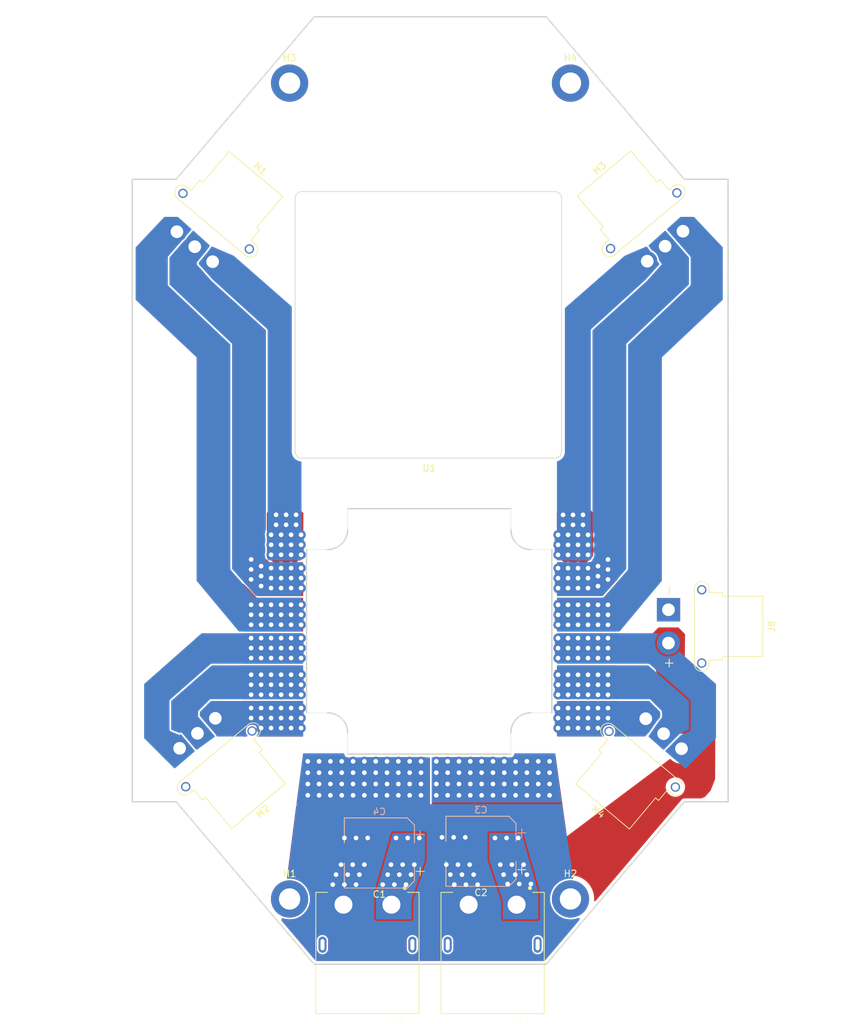
<source format=kicad_pcb>
(kicad_pcb (version 20240108) (generator "pcbnew") (generator_version "8.0")
  (layers (0 "F.Cu" signal) (1 "In1.Cu" signal) (2 "In2.Cu" signal) (31 "B.Cu" signal) (34 "B.Paste" user) (35 "F.Paste" user) (36 "B.SilkS" user "B.Silkscreen") (37 "F.SilkS" user "F.Silkscreen") (38 "B.Mask" user) (39 "F.Mask" user) (44 "Edge.Cuts" user))
  (net 0 "")
  (net 1 "GND")
  (net 2 "+BATT")
  (net 3 "/esc_landing/M4c")
  (net 4 "/esc_landing/M4b")
  (net 5 "/esc_landing/M4a")
  (net 6 "/esc_landing/M3a")
  (net 7 "/esc_landing/M3c")
  (net 8 "/esc_landing/M3b")
  (net 9 "/esc_landing/M2b")
  (net 10 "/esc_landing/M2c")
  (net 11 "/esc_landing/M2a")
  (net 12 "/esc_landing/M1a")
  (net 13 "/esc_landing/M1c")
  (net 14 "/esc_landing/M1b")
  (footprint "SAM4_Mainboard:AMASS_XT30PW-F_1x02_P2.50mm_Horizontal" (layer "F.Cu") (at 156.65 113.75 -90)
    (property "Reference" "J8" (at 2.5 -15.5 90) (layer "F.SilkS"))
    (property "Value" "XT30PW-F")
    (fp_text user "-" (at -3 0 90) (layer "F.SilkS") (effects (font (size 1.5 1.5))))
    (fp_text user "+" (at 8 0 90) (layer "F.SilkS") (effects (font (size 1.5 1.5))))
    (pad "" thru_hole circle (at -3 -5) (size 1.4 1.4) (drill 1) (layers "*.Cu" "*.Mask"))
    (pad "" thru_hole circle (at 8 -5 270) (size 1.4 1.4) (drill 1) (layers "*.Cu" "*.Mask"))
    (pad "1" thru_hole rect (at 0 0 270) (size 3.5 3.5) (drill 1.9) (layers "*.Cu" "*.Mask") (net 1 "GND"))
    (pad "2" thru_hole circle (at 5 0 270) (size 3.5 3.5) (drill 1.9) (layers "*.Cu" "*.Mask") (net 2 "+BATT"))
  )
  (footprint "MountingHole:MountingHole_3.2mm_M3_DIN965_Pad" (layer "F.Cu") (at 99.775 157.1524)
    (property "Reference" "H1" (at 0 -3.8 0) (layer "F.SilkS"))
    (property "Value" "MountingHole")
    (pad "1" thru_hole circle (at 0 0) (size 5.6 5.6) (drill 3.2) (layers "*.Cu" "*.Mask"))
  )
  (footprint "SAM4_Mainboard:AMASS_XT60PW-M" (layer "F.Cu") (at 111.459 164.0104 180)
    (property "Reference" "J6" (at -4.62702 -11.33998 0) (layer "F.SilkS") (effects (font (size 1.000441 1.000441) (thickness 0.015))))
    (property "Value" "XT60PW-M")
    (pad "1" thru_hole rect (at -3.6 6 180) (size 3.716 3.716) (drill 2.7) (layers "*.Cu" "*.Mask") (net 2 "+BATT"))
    (pad "2" thru_hole circle (at 3.6 6 180) (size 3.716 3.716) (drill 2.7) (layers "*.Cu" "*.Mask") (net 1 "GND"))
    (pad "S1" thru_hole oval (at -6.75 0 180) (size 1.2 2.4) (drill oval 0.6 1.7) (layers "*.Cu" "*.Mask"))
    (pad "S2" thru_hole oval (at 6.75 0 180) (size 1.2 2.4) (drill oval 0.6 1.7) (layers "*.Cu" "*.Mask"))
  )
  (footprint "SAM4_Mainboard:AMASS_MR30PW-FB_1x03_P3.50mm_Horizontal" (layer "F.Cu") (at 153.242 130.1014 140)
    (property "Reference" "M4" (at -3.5 -15.3 140) (layer "F.SilkS"))
    (property "Value" "MR30PW-FB")
    (pad "" thru_hole circle (at -10 -5 140) (size 1.4 1.4) (drill 1) (layers "*.Cu" "*.Mask"))
    (pad "" thru_hole circle (at 3 -4.999999 230) (size 1.4 1.4) (drill 1) (layers "*.Cu" "*.Mask"))
    (pad "1" thru_hole rect (at 0 0 140) (size 3 3) (drill 1.9) (layers "*.Cu" "*.Mask") (net 12 "/esc_landing/M1a"))
    (pad "2" thru_hole circle (at -3.500001 0 140) (size 3 3) (drill 1.9) (layers "*.Cu" "*.Mask") (net 14 "/esc_landing/M1b"))
    (pad "3" thru_hole circle (at -7 0 140) (size 3 3) (drill 1.9) (layers "*.Cu" "*.Mask") (net 13 "/esc_landing/M1c"))
  )
  (footprint "MountingHole:MountingHole_3.2mm_M3_DIN965_Pad" (layer "F.Cu") (at 141.939 34.7244)
    (property "Reference" "H4" (at 0 -3.8 0) (layer "F.SilkS"))
    (property "Value" "MountingHole")
    (pad "1" thru_hole circle (at 0 0) (size 5.6 5.6) (drill 3.2) (layers "*.Cu" "*.Mask"))
  )
  (footprint "SAM4_Mainboard:T-motor_55A_ESC" (layer "F.Cu") (at 120.73 117.0204)
    (property "Reference" "U1" (at 0 -24.511 0) (layer "F.SilkS"))
    (property "Value" "T-motor_F55A_PROII")
    (pad "" np_thru_hole circle (at -15.25 -15.25) (size 3.2 3.2) (drill 3.2) (layers "*.Mask" "F.Cu" "In1.Cu" "In2.Cu" "B.Cu"))
    (pad "" np_thru_hole circle (at -15.25 15.25) (size 3.2 3.2) (drill 3.2) (layers "*.Mask" "F.Cu" "In1.Cu" "In2.Cu" "B.Cu"))
    (pad "" np_thru_hole circle (at 15.25 -15.25) (size 3.2 3.2) (drill 3.2) (layers "*.Mask" "F.Cu" "In1.Cu" "In2.Cu" "B.Cu"))
    (pad "" np_thru_hole circle (at 15.25 15.25) (size 3.2 3.2) (drill 3.2) (layers "*.Mask" "F.Cu" "In1.Cu" "In2.Cu" "B.Cu"))
    (pad "1" smd rect (at 5.08 21.844) (size 9 6) (layers "F.Cu" "F.Mask") (net 2 "+BATT"))
    (pad "1" smd rect (at 5.08 21.844) (size 9 6) (layers "B.Cu" "B.Mask") (net 2 "+BATT"))
    (pad "2" smd rect (at -5.08 21.844) (size 9 6) (layers "F.Cu" "F.Mask") (net 1 "GND"))
    (pad "2" smd rect (at -5.08 21.844) (size 9 6) (layers "B.Cu" "B.Mask") (net 1 "GND"))
    (pad "13" smd rect (at 22.352 12.954 180) (size 7 4) (layers "F.Cu" "F.Mask") (net 12 "/esc_landing/M1a"))
    (pad "13" smd rect (at 22.352 12.954 180) (size 7 4) (layers "B.Cu" "B.Mask") (net 12 "/esc_landing/M1a"))
    (pad "14" smd rect (at 22.352 7.754 180) (size 7 4) (layers "F.Cu" "F.Mask") (net 14 "/esc_landing/M1b"))
    (pad "14" smd rect (at 22.352 7.754 180) (size 7 4) (layers "B.Cu" "B.Mask") (net 14 "/esc_landing/M1b"))
    (pad "15" smd rect (at 22.352 2.54 180) (size 7 4) (layers "F.Cu" "F.Mask") (net 13 "/esc_landing/M1c"))
    (pad "15" smd rect (at 22.352 2.54 180) (size 7 4) (layers "B.Cu" "B.Mask") (net 13 "/esc_landing/M1c"))
    (pad "16" smd rect (at 22.352 -2.646 180) (size 7 4) (layers "F.Cu" "F.Mask") (net 11 "/esc_landing/M2a"))
    (pad "16" smd rect (at 22.352 -2.646 180) (size 7 4) (layers "B.Cu" "B.Mask") (net 11 "/esc_landing/M2a"))
    (pad "17" smd rect (at 22.352 -7.846 180) (size 7 4) (layers "F.Cu" "F.Mask") (net 9 "/esc_landing/M2b"))
    (pad "17" smd rect (at 22.352 -7.846 180) (size 7 4) (layers "B.Cu" "B.Mask") (net 9 "/esc_landing/M2b"))
    (pad "18" smd rect (at 21.59 -13.046 180) (size 5.5 4) (layers "F.Cu" "F.Mask") (net 10 "/esc_landing/M2c"))
    (pad "18" smd rect (at 21.59 -13.046 180) (size 5.5 4) (layers "B.Cu" "B.Mask") (net 10 "/esc_landing/M2c"))
    (pad "19" smd rect (at -22.352 12.954 180) (size 7 4) (layers "F.Cu" "F.Mask") (net 6 "/esc_landing/M3a"))
    (pad "19" smd rect (at -22.352 12.954 180) (size 7 4) (layers "B.Cu" "B.Mask") (net 6 "/esc_landing/M3a"))
    (pad "20" smd rect (at -22.352 7.754 180) (size 7 4) (layers "F.Cu" "F.Mask") (net 8 "/esc_landing/M3b"))
    (pad "20" smd rect (at -22.352 7.754 180) (size 7 4) (layers "B.Cu" "B.Mask") (net 8 "/esc_landing/M3b"))
    (pad "21" smd rect (at -22.352 2.54 180) (size 7 4) (layers "F.Cu" "F.Mask") (net 7 "/esc_landing/M3c"))
    (pad "21" smd rect (at -22.352 2.54 180) (size 7 4) (layers "B.Cu" "B.Mask") (net 7 "/esc_landing/M3c"))
    (pad "22" smd rect (at -22.352 -2.646 180) (size 7 4) (layers "F.Cu" "F.Mask") (net 5 "/esc_landing/M4a"))
    (pad "22" smd rect (at -22.352 -2.646 180) (size 7 4) (layers "B.Cu" "B.Mask") (net 5 "/esc_landing/M4a"))
    (pad "23" smd rect (at -22.352 -7.874 180) (size 7 4) (layers "F.Cu" "F.Mask") (net 4 "/esc_landing/M4b"))
    (pad "23" smd rect (at -22.352 -7.874 180) (size 7 4) (layers "B.Cu" "B.Mask") (net 4 "/esc_landing/M4b"))
    (pad "24" smd rect (at -21.59 -13.046 180) (size 5.5 4) (layers "F.Cu" "F.Mask") (net 3 "/esc_landing/M4c"))
    (pad "24" smd rect (at -21.59 -13.046 180) (size 5.5 4) (layers "B.Cu" "B.Mask") (net 3 "/esc_landing/M4c"))
  )
  (footprint "SAM4_Mainboard:AMASS_MR30PW-FB_1x03_P3.50mm_Horizontal" (layer "F.Cu") (at 88.218 61.5214 -40)
    (property "Reference" "M1" (at -3.5 -15.3 140) (layer "F.SilkS"))
    (property "Value" "MR30PW-FB")
    (pad "" thru_hole circle (at -10 -5 320) (size 1.4 1.4) (drill 1) (layers "*.Cu" "*.Mask"))
    (pad "" thru_hole circle (at 3 -4.999999 50) (size 1.4 1.4) (drill 1) (layers "*.Cu" "*.Mask"))
    (pad "1" thru_hole rect (at 0 0 320) (size 3 3) (drill 1.9) (layers "*.Cu" "*.Mask") (net 3 "/esc_landing/M4c"))
    (pad "2" thru_hole circle (at -3.500001 0 320) (size 3 3) (drill 1.9) (layers "*.Cu" "*.Mask") (net 4 "/esc_landing/M4b"))
    (pad "3" thru_hole circle (at -7 0 320) (size 3 3) (drill 1.9) (layers "*.Cu" "*.Mask") (net 5 "/esc_landing/M4a"))
  )
  (footprint "MountingHole:MountingHole_3.2mm_M3_DIN965_Pad" (layer "F.Cu") (at 141.939 157.1524)
    (property "Reference" "H2" (at 0 -3.8 0) (layer "F.SilkS"))
    (property "Value" "MountingHole")
    (pad "1" thru_hole circle (at 0 0) (size 5.6 5.6) (drill 3.2) (layers "*.Cu" "*.Mask"))
  )
  (footprint "SAM4_Mainboard:AMASS_MR30PW-FB_1x03_P3.50mm_Horizontal" (layer "F.Cu") (at 83.265 134.5464 -140)
    (property "Reference" "M2" (at -3.5 -15.3 40) (layer "F.SilkS"))
    (property "Value" "MR30PW-FB")
    (pad "" thru_hole circle (at -10 -5 220) (size 1.4 1.4) (drill 1) (layers "*.Cu" "*.Mask"))
    (pad "" thru_hole circle (at 3 -5 310) (size 1.4 1.4) (drill 1) (layers "*.Cu" "*.Mask"))
    (pad "1" thru_hole rect (at 0 0 220) (size 3 3) (drill 1.9) (layers "*.Cu" "*.Mask") (net 7 "/esc_landing/M3c"))
    (pad "2" thru_hole circle (at -3.500001 0 220) (size 3 3) (drill 1.9) (layers "*.Cu" "*.Mask") (net 8 "/esc_landing/M3b"))
    (pad "3" thru_hole circle (at -7 0 220) (size 3 3) (drill 1.9) (layers "*.Cu" "*.Mask") (net 6 "/esc_landing/M3a"))
  )
  (footprint "SAM4_Mainboard:AMASS_MR30PW-FB_1x03_P3.50mm_Horizontal" (layer "F.Cu") (at 158.83 56.9494 40)
    (property "Reference" "M3" (at -3.5 -15.3 40) (layer "F.SilkS"))
    (property "Value" "MR30PW-FB")
    (pad "" thru_hole circle (at -10 -5 40) (size 1.4 1.4) (drill 1) (layers "*.Cu" "*.Mask"))
    (pad "" thru_hole circle (at 3 -5 130) (size 1.4 1.4) (drill 1) (layers "*.Cu" "*.Mask"))
    (pad "1" thru_hole rect (at 0 0 40) (size 3 3) (drill 1.9) (layers "*.Cu" "*.Mask") (net 11 "/esc_landing/M2a"))
    (pad "2" thru_hole circle (at -3.500001 0 40) (size 3 3) (drill 1.9) (layers "*.Cu" "*.Mask") (net 9 "/esc_landing/M2b"))
    (pad "3" thru_hole circle (at -7 0 40) (size 3 3) (drill 1.9) (layers "*.Cu" "*.Mask") (net 10 "/esc_landing/M2c"))
  )
  (footprint "Capacitor_SMD:CP_Elec_10x10" (layer "F.Cu") (at 113.25 150.25 180)
    (property "Reference" "C1" (at 0 -6.2 180) (layer "F.SilkS"))
    (property "Value" "330UF 20% 35V SMD")
    (pad "1" smd roundrect (at -4 0 180) (size 4 2.5) (layers "F.Cu" "F.Paste" "F.Mask") (roundrect_rratio 0.1) (net 2 "+BATT"))
    (pad "2" smd roundrect (at 4 0 180) (size 4 2.5) (layers "F.Cu" "F.Paste" "F.Mask") (roundrect_rratio 0.1) (net 1 "GND"))
  )
  (footprint "MountingHole:MountingHole_3.2mm_M3_DIN965_Pad" (layer "F.Cu") (at 99.775 34.7244)
    (property "Reference" "H3" (at 0 -3.8 0) (layer "F.SilkS"))
    (property "Value" "MountingHole")
    (pad "1" thru_hole circle (at 0 0) (size 5.6 5.6) (drill 3.2) (layers "*.Cu" "*.Mask"))
  )
  (footprint "Capacitor_SMD:CP_Elec_10x10" (layer "F.Cu") (at 128.5 150 180)
    (property "Reference" "C2" (at 0 -6.2 180) (layer "F.SilkS"))
    (property "Value" "330UF 20% 35V SMD")
    (pad "1" smd roundrect (at -4 0 180) (size 4 2.5) (layers "F.Cu" "F.Paste" "F.Mask") (roundrect_rratio 0.1) (net 2 "+BATT"))
    (pad "2" smd roundrect (at 4 0 180) (size 4 2.5) (layers "F.Cu" "F.Paste" "F.Mask") (roundrect_rratio 0.1) (net 1 "GND"))
  )
  (footprint "SAM4_Mainboard:AMASS_XT60PW-M" (layer "F.Cu") (at 130.255 164.0104 180)
    (property "Reference" "J7" (at -4.62702 -11.33998 0) (layer "F.SilkS") (effects (font (size 1.000441 1.000441) (thickness 0.015))))
    (property "Value" "XT60PW-M")
    (pad "1" thru_hole rect (at -3.6 6 180) (size 3.716 3.716) (drill 2.7) (layers "*.Cu" "*.Mask") (net 2 "+BATT"))
    (pad "2" thru_hole circle (at 3.6 6 180) (size 3.716 3.716) (drill 2.7) (layers "*.Cu" "*.Mask") (net 1 "GND"))
    (pad "S1" thru_hole oval (at -6.75 0 180) (size 1.2 2.4) (drill oval 0.6 1.7) (layers "*.Cu" "*.Mask"))
    (pad "S2" thru_hole oval (at 6.75 0 180) (size 1.2 2.4) (drill oval 0.6 1.7) (layers "*.Cu" "*.Mask"))
  )
  (footprint "Capacitor_SMD:CP_Elec_10x10" (layer "B.Cu") (at 128.5 150 180)
    (property "Reference" "C3" (at 0 6.2 180) (layer "B.SilkS") (effects (justify mirror)))
    (property "Value" "330UF 20% 35V SMD")
    (pad "1" smd roundrect (at -4 0 180) (size 4 2.5) (layers "B.Cu" "B.Paste" "B.Mask") (roundrect_rratio 0.1) (net 2 "+BATT"))
    (pad "2" smd roundrect (at 4 0 180) (size 4 2.5) (layers "B.Cu" "B.Paste" "B.Mask") (roundrect_rratio 0.1) (net 1 "GND"))
  )
  (footprint "Capacitor_SMD:CP_Elec_10x10" (layer "B.Cu") (at 113.25 150.25 180)
    (property "Reference" "C4" (at 0 6.2 180) (layer "B.SilkS") (effects (justify mirror)))
    (property "Value" "330UF 20% 35V SMD")
    (pad "1" smd roundrect (at -4 0 180) (size 4 2.5) (layers "B.Cu" "B.Paste" "B.Mask") (roundrect_rratio 0.1) (net 2 "+BATT"))
    (pad "2" smd roundrect (at 4 0 180) (size 4 2.5) (layers "B.Cu" "B.Paste" "B.Mask") (roundrect_rratio 0.1) (net 1 "GND"))
  )
  (gr_line (start 82.744402 142.57) (end 76.153 142.57) (stroke (width 0.2)) (layer "Edge.Cuts"))
  (gr_line (start 82.744402 142.57) (end 103.469585 166.95169) (stroke (width 0.2)) (layer "Edge.Cuts"))
  (gr_line (start 138.290415 24.764648) (end 159.015598 49.146338) (stroke (width 0.2)) (layer "Edge.Cuts"))
  (gr_line (start 76.153 49.146338) (end 82.744402 49.146338) (stroke (width 0.2)) (layer "Edge.Cuts"))
  (gr_arc (start 100.6 52) (mid 100.892893 51.292893) (end 101.6 51) (stroke (width 0.1)) (layer "Edge.Cuts"))
  (gr_line (start 140.6 52) (end 140.6 90) (stroke (width 0.1)) (layer "Edge.Cuts"))
  (gr_arc (start 132.99 132.220004) (mid 133.868678 130.098681) (end 135.99 129.220004) (stroke (width 0.2)) (layer "Edge.Cuts"))
  (gr_line (start 103.469585 24.764648) (end 82.744402 49.146338) (stroke (width 0.2)) (layer "Edge.Cuts"))
  (gr_line (start 100.6 90) (end 100.6 52) (stroke (width 0.1)) (layer "Edge.Cuts"))
  (gr_line (start 139.6 91) (end 101.6 91) (stroke (width 0.1)) (layer "Edge.Cuts"))
  (gr_line (start 139.145 129.220004) (end 139.145 104.720004) (stroke (width 0.2)) (layer "Edge.Cuts"))
  (gr_arc (start 140.6 90) (mid 140.307107 90.707107) (end 139.6 91) (stroke (width 0.1)) (layer "Edge.Cuts"))
  (gr_arc (start 105.49 129.220004) (mid 107.611319 130.098685) (end 108.49 132.220004) (stroke (width 0.2)) (layer "Edge.Cuts"))
  (gr_arc (start 135.99 104.720004) (mid 133.868678 103.841325) (end 132.99 101.720004) (stroke (width 0.2)) (layer "Edge.Cuts"))
  (gr_arc (start 139.6 51) (mid 140.307107 51.292893) (end 140.6 52) (stroke (width 0.1)) (layer "Edge.Cuts"))
  (gr_line (start 138.290415 24.764648) (end 103.469585 24.764648) (stroke (width 0.2)) (layer "Edge.Cuts"))
  (gr_line (start 138.290415 166.95169) (end 159.015598 142.57) (stroke (width 0.2)) (layer "Edge.Cuts"))
  (gr_line (start 108.49 101.720004) (end 108.49 98.58) (stroke (width 0.05)) (layer "Edge.Cuts"))
  (gr_arc (start 108.49 101.720004) (mid 107.611319 103.841323) (end 105.49 104.720004) (stroke (width 0.2)) (layer "Edge.Cuts"))
  (gr_line (start 139.145 104.720004) (end 135.99 104.720004) (stroke (width 0.05)) (layer "Edge.Cuts"))
  (gr_line (start 108.49 135.41) (end 132.99 135.41) (stroke (width 0.2)) (layer "Edge.Cuts"))
  (gr_line (start 105.49 129.220004) (end 102.315 129.220004) (stroke (width 0.05)) (layer "Edge.Cuts"))
  (gr_line (start 105.49 104.720004) (end 102.315 104.720004) (stroke (width 0.05)) (layer "Edge.Cuts"))
  (gr_line (start 108.49 132.220004) (end 108.49 135.41) (stroke (width 0.05)) (layer "Edge.Cuts"))
  (gr_line (start 103.469585 166.95169) (end 138.290415 166.95169) (stroke (width 0.2)) (layer "Edge.Cuts"))
  (gr_line (start 102.315 129.220004) (end 102.315 104.720004) (stroke (width 0.2)) (layer "Edge.Cuts"))
  (gr_line (start 132.99 132.220004) (end 132.99 135.41) (stroke (width 0.05)) (layer "Edge.Cuts"))
  (gr_line (start 108.49 98.58) (end 132.99 98.58) (stroke (width 0.2)) (layer "Edge.Cuts"))
  (gr_line (start 165.606998 142.57) (end 165.5914 49.146338) (stroke (width 0.2)) (layer "Edge.Cuts"))
  (gr_arc (start 101.6 91) (mid 100.892893 90.707107) (end 100.6 90) (stroke (width 0.1)) (layer "Edge.Cuts"))
  (gr_line (start 135.99 129.220004) (end 139.145 129.220004) (stroke (width 0.05)) (layer "Edge.Cuts"))
  (gr_line (start 76.153 142.57) (end 76.153 49.146338) (stroke (width 0.2)) (layer "Edge.Cuts"))
  (gr_line (start 101.6 51) (end 139.6 51) (stroke (width 0.1)) (layer "Edge.Cuts"))
  (gr_line (start 132.99 101.720004) (end 132.99 98.58) (stroke (width 0.05)) (layer "Edge.Cuts"))
  (gr_line (start 165.5914 49.146338) (end 159.015598 49.146338) (stroke (width 0.2)) (layer "Edge.Cuts"))
  (gr_line (start 159.015598 142.57) (end 165.606998 142.57) (stroke (width 0.2)) (layer "Edge.Cuts"))
  (via (at 124.4 147.9) (size 1.4) (drill 0.7) (layers "F.Cu" "B.Cu") (net 1))
  (via (at 119.5 139.9) (size 1.4) (drill 0.7) (layers "F.Cu" "B.Cu") (net 1))
  (via (at 127.4 153.5) (size 1.4) (drill 0.7) (layers "F.Cu" "B.Cu") (net 1))
  (via (at 104.2 139.9) (size 1.4) (drill 0.7) (layers "F.Cu" "B.Cu") (net 1))
  (via (at 108 148) (size 1.4) (drill 0.7) (layers "F.Cu" "B.Cu") (net 1))
  (via (at 117.8 136.5) (size 1.4) (drill 0.7) (layers "F.Cu" "B.Cu") (net 1))
  (via (at 107.5 152) (size 1.4) (drill 0.7) (layers "F.Cu" "B.Cu") (net 1))
  (via (at 117.8 139.9) (size 1.4) (drill 0.7) (layers "F.Cu" "B.Cu") (net 1))
  (via (at 109.3 139.9) (size 1.4) (drill 0.7) (layers "F.Cu" "B.Cu") (net 1))
  (via (at 111 152) (size 1.4) (drill 0.7) (layers "F.Cu" "B.Cu") (net 1))
  (via (at 107.6 136.5) (size 1.4) (drill 0.7) (layers "F.Cu" "B.Cu") (net 1))
  (via (at 104.2 136.5) (size 1.4) (drill 0.7) (layers "F.Cu" "B.Cu") (net 1))
  (via (at 107.6 139.9) (size 1.4) (drill 0.7) (layers "F.Cu" "B.Cu") (net 1))
  (via (at 128 155) (size 1.4) (drill 0.7) (layers "F.Cu" "B.Cu") (net 1))
  (via (at 106.75 153.5) (size 1.4) (drill 0.7) (layers "F.Cu" "B.Cu") (net 1))
  (via (at 116.1 136.5) (size 1.4) (drill 0.7) (layers "F.Cu" "B.Cu") (net 1))
  (via (at 114.4 136.5) (size 1.4) (drill 0.7) (layers "F.Cu" "B.Cu") (net 1))
  (via (at 112.7 138.2) (size 1.4) (drill 0.7) (layers "F.Cu" "B.Cu") (net 1))
  (via (at 125.65 153.5) (size 1.4) (drill 0.7) (layers "F.Cu" "B.Cu") (net 1))
  (via (at 108.5 153.5) (size 1.4) (drill 0.7) (layers "F.Cu" "B.Cu") (net 1))
  (via (at 111 141.6) (size 1.4) (drill 0.7) (layers "F.Cu" "B.Cu") (net 1))
  (via (at 126.25 155) (size 1.4) (drill 0.7) (layers "F.Cu" "B.Cu") (net 1))
  (via (at 114.4 141.6) (size 1.4) (drill 0.7) (layers "F.Cu" "B.Cu") (net 1))
  (via (at 112.7 136.5) (size 1.4) (drill 0.7) (layers "F.Cu" "B.Cu") (net 1))
  (via (at 123.3 152) (size 1.4) (drill 0.7) (layers "F.Cu" "B.Cu") (net 1))
  (via (at 114.4 139.9) (size 1.4) (drill 0.7) (layers "F.Cu" "B.Cu") (net 1))
  (via (at 102.5 136.5) (size 1.4) (drill 0.7) (layers "F.Cu" "B.Cu") (net 1))
  (via (at 102.5 141.6) (size 1.4) (drill 0.7) (layers "F.Cu" "B.Cu") (net 1))
  (via (at 124.5 155) (size 1.4) (drill 0.7) (layers "F.Cu" "B.Cu") (net 1))
  (via (at 112.7 141.6) (size 1.4) (drill 0.7) (layers "F.Cu" "B.Cu") (net 1))
  (via (at 102.5 138.2) (size 1.4) (drill 0.7) (layers "F.Cu" "B.Cu") (net 1))
  (via (at 116.1 141.6) (size 1.4) (drill 0.7) (layers "F.Cu" "B.Cu") (net 1))
  (via (at 111 136.5) (size 1.4) (drill 0.7) (layers "F.Cu" "B.Cu") (net 1))
  (via (at 119.5 138.2) (size 1.4) (drill 0.7) (layers "F.Cu" "B.Cu") (net 1))
  (via (at 123.9 153.5) (size 1.4) (drill 0.7) (layers "F.Cu" "B.Cu") (net 1))
  (via (at 112.7 139.9) (size 1.4) (drill 0.7) (layers "F.Cu" "B.Cu") (net 1))
  (via (at 109.75 148) (size 1.4) (drill 0.7) (layers "F.Cu" "B.Cu") (net 1))
  (via (at 116.1 139.9) (size 1.4) (drill 0.7) (layers "F.Cu" "B.Cu") (net 1))
  (via (at 104.2 141.6) (size 1.4) (drill 0.7) (layers "F.Cu" "B.Cu") (net 1))
  (via (at 105.9 136.5) (size 1.4) (drill 0.7) (layers "F.Cu" "B.Cu") (net 1))
  (via (at 125.05 152) (size 1.4) (drill 0.7) (layers "F.Cu" "B.Cu") (net 1))
  (via (at 114.4 138.2) (size 1.4) (drill 0.7) (layers "F.Cu" "B.Cu") (net 1))
  (via (at 105.9 139.9) (size 1.4) (drill 0.7) (layers "F.Cu" "B.Cu") (net 1))
  (via (at 107.6 141.6) (size 1.4) (drill 0.7) (layers "F.Cu" "B.Cu") (net 1))
  (via (at 106.25 155) (size 1.4) (drill 0.7) (layers "F.Cu" "B.Cu") (net 1))
  (via (at 105.9 141.6) (size 1.4) (drill 0.7) (layers "F.Cu" "B.Cu") (net 1))
  (via (at 111 138.2) (size 1.4) (drill 0.7) (layers "F.Cu" "B.Cu") (net 1))
  (via (at 109.25 152) (size 1.4) (drill 0.7) (layers "F.Cu" "B.Cu") (net 1))
  (via (at 109.3 141.6) (size 1.4) (drill 0.7) (layers "F.Cu" "B.Cu") (net 1))
  (via (at 105.9 138.2) (size 1.4) (drill 0.7) (layers "F.Cu" "B.Cu") (net 1))
  (via (at 119.5 136.5) (size 1.4) (drill 0.7) (layers "F.Cu" "B.Cu") (net 1))
  (via (at 109.3 136.5) (size 1.4) (drill 0.7) (layers "F.Cu" "B.Cu") (net 1))
  (via (at 117.8 141.6) (size 1.4) (drill 0.7) (layers "F.Cu" "B.Cu") (net 1))
  (via (at 108 155) (size 1.4) (drill 0.7) (layers "F.Cu" "B.Cu") (net 1))
  (via (at 109.75 155) (size 1.4) (drill 0.7) (layers "F.Cu" "B.Cu") (net 1))
  (via (at 126.15 147.9) (size 1.4) (drill 0.7) (layers "F.Cu" "B.Cu") (net 1))
  (via (at 110.25 153.5) (size 1.4) (drill 0.7) (layers "F.Cu" "B.Cu") (net 1))
  (via (at 122.65 147.9) (size 1.4) (drill 0.7) (layers "F.Cu" "B.Cu") (net 1))
  (via (at 107.6 138.2) (size 1.4) (drill 0.7) (layers "F.Cu" "B.Cu") (net 1))
  (via (at 117.8 138.2) (size 1.4) (drill 0.7) (layers "F.Cu" "B.Cu") (net 1))
  (via (at 126.8 152) (size 1.4) (drill 0.7) (layers "F.Cu" "B.Cu") (net 1))
  (via (at 111 139.9) (size 1.4) (drill 0.7) (layers "F.Cu" "B.Cu") (net 1))
  (via (at 102.5 139.9) (size 1.4) (drill 0.7) (layers "F.Cu" "B.Cu") (net 1))
  (via (at 116.1 138.2) (size 1.4) (drill 0.7) (layers "F.Cu" "B.Cu") (net 1))
  (via (at 104.2 138.2) (size 1.4) (drill 0.7) (layers "F.Cu" "B.Cu") (net 1))
  (via (at 109.3 138.2) (size 1.4) (drill 0.7) (layers "F.Cu" "B.Cu") (net 1))
  (via (at 119.5 141.6) (size 1.4) (drill 0.7) (layers "F.Cu" "B.Cu") (net 1))
  (via (at 111.5 148) (size 1.4) (drill 0.7) (layers "F.Cu" "B.Cu") (net 1))
  (via (at 119.25 148) (size 1.4) (drill 0.7) (layers "F.Cu" "B.Cu") (net 2))
  (via (at 137.1 138.2) (size 1.4) (drill 0.7) (layers "F.Cu" "B.Cu") (net 2))
  (via (at 128.6 136.5) (size 1.4) (drill 0.7) (layers "F.Cu" "B.Cu") (net 2))
  (via (at 137.1 141.6) (size 1.4) (drill 0.7) (layers "F.Cu" "B.Cu") (net 2))
  (via (at 130.3 138.2) (size 1.4) (drill 0.7) (layers "F.Cu" "B.Cu") (net 2))
  (via (at 132 138.2) (size 1.4) (drill 0.7) (layers "F.Cu" "B.Cu") (net 2))
  (via (at 123.5 136.5) (size 1.4) (drill 0.7) (layers "F.Cu" "B.Cu") (net 2))
  (via (at 137.1 139.9) (size 1.4) (drill 0.7) (layers "F.Cu" "B.Cu") (net 2))
  (via (at 115.75 148) (size 1.4) (drill 0.7) (layers "F.Cu" "B.Cu") (net 2))
  (via (at 130.3 136.5) (size 1.4) (drill 0.7) (layers "F.Cu" "B.Cu") (net 2))
  (via (at 132.35 148) (size 1.4) (drill 0.7) (layers "F.Cu" "B.Cu") (net 2))
  (via (at 117.5 148) (size 1.4) (drill 0.7) (layers "F.Cu" "B.Cu") (net 2))
  (via (at 131.9 153.5) (size 1.4) (drill 0.7) (layers "F.Cu" "B.Cu") (net 2))
  (via (at 128.6 141.6) (size 1.4) (drill 0.7) (layers "F.Cu" "B.Cu") (net 2))
  (via (at 132 136.5) (size 1.4) (drill 0.7) (layers "F.Cu" "B.Cu") (net 2))
  (via (at 133.7 141.6) (size 1.4) (drill 0.7) (layers "F.Cu" "B.Cu") (net 2))
  (via (at 126.9 136.5) (size 1.4) (drill 0.7) (layers "F.Cu" "B.Cu") (net 2))
  (via (at 133.15 152) (size 1.4) (drill 0.7) (layers "F.Cu" "B.Cu") (net 2))
  (via (at 121.8 141.6) (size 1.4) (drill 0.7) (layers "F.Cu" "B.Cu") (net 2))
  (via (at 126.9 141.6) (size 1.4) (drill 0.7) (layers "F.Cu" "B.Cu") (net 2))
  (via (at 121.8 138.2) (size 1.4) (drill 0.7) (layers "F.Cu" "B.Cu") (net 2))
  (via (at 115.5 155) (size 1.4) (drill 0.7) (layers "F.Cu" "B.Cu") (net 2))
  (via (at 118.5 152) (size 1.4) (drill 0.7) (layers "F.Cu" "B.Cu") (net 2))
  (via (at 138.8 139.9) (size 1.4) (drill 0.7) (layers "F.Cu" "B.Cu") (net 2))
  (via (at 134.1 148) (size 1.4) (drill 0.7) (layers "F.Cu" "B.Cu") (net 2))
  (via (at 135.4 141.6) (size 1.4) (drill 0.7) (layers "F.Cu" "B.Cu") (net 2))
  (via (at 132.5 154.9) (size 1.4) (drill 0.7) (layers "F.Cu" "B.Cu") (net 2))
  (via (at 130.6 148) (size 1.4) (drill 0.7) (layers "F.Cu" "B.Cu") (net 2))
  (via (at 126.9 138.2) (size 1.4) (drill 0.7) (layers "F.Cu" "B.Cu") (net 2))
  (via (at 136 154.9) (size 1.4) (drill 0.7) (layers "F.Cu" "B.Cu") (net 2))
  (via (at 135.4 138.2) (size 1.4) (drill 0.7) (layers "F.Cu" "B.Cu") (net 2))
  (via (at 114.5 153.5) (size 1.4) (drill 0.7) (layers "F.Cu" "B.Cu") (net 2))
  (via (at 128.6 139.9) (size 1.4) (drill 0.7) (layers "F.Cu" "B.Cu") (net 2))
  (via (at 133.7 136.5) (size 1.4) (drill 0.7) (layers "F.Cu" "B.Cu") (net 2))
  (via (at 133.65 153.5) (size 1.4) (drill 0.7) (layers "F.Cu" "B.Cu") (net 2))
  (via (at 135.4 139.9) (size 1.4) (drill 0.7) (layers "F.Cu" "B.Cu") (net 2))
  (via (at 128.6 138.2) (size 1.4) (drill 0.7) (layers "F.Cu" "B.Cu") (net 2))
  (via (at 123.5 138.2) (size 1.4) (drill 0.7) (layers "F.Cu" "B.Cu") (net 2))
  (via (at 123.5 141.6) (size 1.4) (drill 0.7) (layers "F.Cu" "B.Cu") (net 2))
  (via (at 115 152) (size 1.4) (drill 0.7) (layers "F.Cu" "B.Cu") (net 2))
  (via (at 137.1 136.5) (size 1.4) (drill 0.7) (layers "F.Cu" "B.Cu") (net 2))
  (via (at 132 139.9) (size 1.4) (drill 0.7) (layers "F.Cu" "B.Cu") (net 2))
  (via (at 132 141.6) (size 1.4) (drill 0.7) (layers "F.Cu" "B.Cu") (net 2))
  (via (at 121.8 139.9) (size 1.4) (drill 0.7) (layers "F.Cu" "B.Cu") (net 2))
  (via (at 125.2 139.9) (size 1.4) (drill 0.7) (layers "F.Cu" "B.Cu") (net 2))
  (via (at 118 153.5) (size 1.4) (drill 0.7) (layers "F.Cu" "B.Cu") (net 2))
  (via (at 130.3 141.6) (size 1.4) (drill 0.7) (layers "F.Cu" "B.Cu") (net 2))
  (via (at 138.8 138.2) (size 1.4) (drill 0.7) (layers "F.Cu" "B.Cu") (net 2))
  (via (at 133.7 139.9) (size 1.4) (drill 0.7) (layers "F.Cu" "B.Cu") (net 2))
  (via (at 126.9 139.9) (size 1.4) (drill 0.7) (layers "F.Cu" "B.Cu") (net 2))
  (via (at 138.8 136.5) (size 1.4) (drill 0.7) (layers "F.Cu" "B.Cu") (net 2))
  (via (at 134.25 154.9) (size 1.4) (drill 0.7) (layers "F.Cu" "B.Cu") (net 2))
  (via (at 117.25 155) (size 1.4) (drill 0.7) (layers "F.Cu" "B.Cu") (net 2))
  (via (at 125.2 138.2) (size 1.4) (drill 0.7) (layers "F.Cu" "B.Cu") (net 2))
  (via (at 135.4 153.5) (size 1.4) (drill 0.7) (layers "F.Cu" "B.Cu") (net 2))
  (via (at 134.9 152) (size 1.4) (drill 0.7) (layers "F.Cu" "B.Cu") (net 2))
  (via (at 135.4 136.5) (size 1.4) (drill 0.7) (layers "F.Cu" "B.Cu") (net 2))
  (via (at 138.8 141.6) (size 1.4) (drill 0.7) (layers "F.Cu" "B.Cu") (net 2))
  (via (at 123.5 139.9) (size 1.4) (drill 0.7) (layers "F.Cu" "B.Cu") (net 2))
  (via (at 121.8 136.5) (size 1.4) (drill 0.7) (layers "F.Cu" "B.Cu") (net 2))
  (via (at 130.3 139.9) (size 1.4) (drill 0.7) (layers "F.Cu" "B.Cu") (net 2))
  (via (at 125.2 141.6) (size 1.4) (drill 0.7) (layers "F.Cu" "B.Cu") (net 2))
  (via (at 116.75 152) (size 1.4) (drill 0.7) (layers "F.Cu" "B.Cu") (net 2))
  (via (at 113.75 155) (size 1.4) (drill 0.7) (layers "F.Cu" "B.Cu") (net 2))
  (via (at 131.4 152) (size 1.4) (drill 0.7) (layers "F.Cu" "B.Cu") (net 2))
  (via (at 125.2 136.5) (size 1.4) (drill 0.7) (layers "F.Cu" "B.Cu") (net 2))
  (via (at 133.7 138.2) (size 1.4) (drill 0.7) (layers "F.Cu" "B.Cu") (net 2))
  (via (at 116.25 153.5) (size 1.4) (drill 0.7) (layers "F.Cu" "B.Cu") (net 2))
  (via (at 100 104) (size 1.4) (drill 0.7) (layers "F.Cu" "B.Cu") (net 3))
  (via (at 98.5 104) (size 1.4) (drill 0.7) (layers "F.Cu" "B.Cu") (net 3))
  (via (at 100.75 101) (size 1.4) (drill 0.7) (layers "F.Cu" "B.Cu") (net 3))
  (via (at 97.75 101) (size 1.4) (drill 0.7) (layers "F.Cu" "B.Cu") (net 3))
  (via (at 100.75 99.5) (size 1.4) (drill 0.7) (layers "F.Cu" "B.Cu") (net 3))
  (via (at 97 104) (size 1.4) (drill 0.7) (layers "F.Cu" "B.Cu") (net 3))
  (via (at 98.5 105.5) (size 1.4) (drill 0.7) (layers "F.Cu" "B.Cu") (net 3))
  (via (at 97.75 99.5) (size 1.4) (drill 0.7) (layers "F.Cu" "B.Cu") (net 3))
  (via (at 99.25 99.5) (size 1.4) (drill 0.7) (layers "F.Cu" "B.Cu") (net 3))
  (via (at 101.5 105.5) (size 1.4) (drill 0.7) (layers "F.Cu" "B.Cu") (net 3))
  (via (at 97 102.5) (size 1.4) (drill 0.7) (layers "F.Cu" "B.Cu") (net 3))
  (via (at 97 105.5) (size 1.4) (drill 0.7) (layers "F.Cu" "B.Cu") (net 3))
  (via (at 100 105.5) (size 1.4) (drill 0.7) (layers "F.Cu" "B.Cu") (net 3))
  (via (at 99.25 101) (size 1.4) (drill 0.7) (layers "F.Cu" "B.Cu") (net 3))
  (via (at 101.5 104) (size 1.4) (drill 0.7) (layers "F.Cu" "B.Cu") (net 3))
  (via (at 101.5 102.5) (size 1.4) (drill 0.7) (layers "F.Cu" "B.Cu") (net 3))
  (via (at 100 102.5) (size 1.4) (drill 0.7) (layers "F.Cu" "B.Cu") (net 3))
  (via (at 98.5 102.5) (size 1.4) (drill 0.7) (layers "F.Cu" "B.Cu") (net 3))
  (via (at 94 109.2) (size 1.4) (drill 0.7) (layers "F.Cu" "B.Cu") (net 4))
  (via (at 94 107.7) (size 1.4) (drill 0.7) (layers "F.Cu" "B.Cu") (net 4))
  (via (at 98.5 109) (size 1.4) (drill 0.7) (layers "F.Cu" "B.Cu") (net 4))
  (via (at 101.5 109) (size 1.4) (drill 0.7) (layers "F.Cu" "B.Cu") (net 4))
  (via (at 97 110.5) (size 1.4) (drill 0.7) (layers "F.Cu" "B.Cu") (net 4))
  (via (at 100 110.5) (size 1.4) (drill 0.7) (layers "F.Cu" "B.Cu") (net 4))
  (via (at 100 107.5) (size 1.4) (drill 0.7) (layers "F.Cu" "B.Cu") (net 4))
  (via (at 94 106.2) (size 1.4) (drill 0.7) (layers "F.Cu" "B.Cu") (net 4))
  (via (at 100 109) (size 1.4) (drill 0.7) (layers "F.Cu" "B.Cu") (net 4))
  (via (at 95.5 108.7) (size 1.4) (drill 0.7) (layers "F.Cu" "B.Cu") (net 4))
  (via (at 98.5 107.5) (size 1.4) (drill 0.7) (layers "F.Cu" "B.Cu") (net 4))
  (via (at 101.5 110.5) (size 1.4) (drill 0.7) (layers "F.Cu" "B.Cu") (net 4))
  (via (at 98.5 110.5) (size 1.4) (drill 0.7) (layers "F.Cu" "B.Cu") (net 4))
  (via (at 97 109) (size 1.4) (drill 0.7) (layers "F.Cu" "B.Cu") (net 4))
  (via (at 97 107.5) (size 1.4) (drill 0.7) (layers "F.Cu" "B.Cu") (net 4))
  (via (at 101.5 107.5) (size 1.4) (drill 0.7) (layers "F.Cu" "B.Cu") (net 4))
  (via (at 95.5 107.2) (size 1.4) (drill 0.7) (layers "F.Cu" "B.Cu") (net 4))
  (via (at 95.5 110.2) (size 1.4) (drill 0.7) (layers "F.Cu" "B.Cu") (net 4))
  (via (at 95.5 113) (size 1.4) (drill 0.7) (layers "F.Cu" "B.Cu") (net 5))
  (via (at 101.5 113) (size 1.4) (drill 0.7) (layers "F.Cu" "B.Cu") (net 5))
  (via (at 100 116) (size 1.4) (drill 0.7) (layers "F.Cu" "B.Cu") (net 5))
  (via (at 100 114.5) (size 1.4) (drill 0.7) (layers "F.Cu" "B.Cu") (net 5))
  (via (at 97 114.5) (size 1.4) (drill 0.7) (layers "F.Cu" "B.Cu") (net 5))
  (via (at 98.5 116) (size 1.4) (drill 0.7) (layers "F.Cu" "B.Cu") (net 5))
  (via (at 98.5 114.5) (size 1.4) (drill 0.7) (layers "F.Cu" "B.Cu") (net 5))
  (via (at 95.5 114.5) (size 1.4) (drill 0.7) (layers "F.Cu" "B.Cu") (net 5))
  (via (at 94 113) (size 1.4) (drill 0.7) (layers "F.Cu" "B.Cu") (net 5))
  (via (at 97 116) (size 1.4) (drill 0.7) (layers "F.Cu" "B.Cu") (net 5))
  (via (at 94 114.5) (size 1.4) (drill 0.7) (layers "F.Cu" "B.Cu") (net 5))
  (via (at 100 113) (size 1.4) (drill 0.7) (layers "F.Cu" "B.Cu") (net 5))
  (via (at 101.5 114.5) (size 1.4) (drill 0.7) (layers "F.Cu" "B.Cu") (net 5))
  (via (at 101.5 116) (size 1.4) (drill 0.7) (layers "F.Cu" "B.Cu") (net 5))
  (via (at 97 113) (size 1.4) (drill 0.7) (layers "F.Cu" "B.Cu") (net 5))
  (via (at 94 116) (size 1.4) (drill 0.7) (layers "F.Cu" "B.Cu") (net 5))
  (via (at 95.5 116) (size 1.4) (drill 0.7) (layers "F.Cu" "B.Cu") (net 5))
  (via (at 98.5 113) (size 1.4) (drill 0.7) (layers "F.Cu" "B.Cu") (net 5))
  (via (at 98.5 130) (size 1.4) (drill 0.7) (layers "F.Cu" "B.Cu") (net 6))
  (via (at 97 128.5) (size 1.4) (drill 0.7) (layers "F.Cu" "B.Cu") (net 6))
  (via (at 97 131.5) (size 1.4) (drill 0.7) (layers "F.Cu" "B.Cu") (net 6))
  (via (at 95.5 131.5) (size 1.4) (drill 0.7) (layers "F.Cu" "B.Cu") (net 6))
  (via (at 100 130) (size 1.4) (drill 0.7) (layers "F.Cu" "B.Cu") (net 6))
  (via (at 98.5 128.5) (size 1.4) (drill 0.7) (layers "F.Cu" "B.Cu") (net 6))
  (via (at 100 131.5) (size 1.4) (drill 0.7) (layers "F.Cu" "B.Cu") (net 6))
  (via (at 95.5 130) (size 1.4) (drill 0.7) (layers "F.Cu" "B.Cu") (net 6))
  (via (at 101.5 131.5) (size 1.4) (drill 0.7) (layers "F.Cu" "B.Cu") (net 6))
  (via (at 100 128.5) (size 1.4) (drill 0.7) (layers "F.Cu" "B.Cu") (net 6))
  (via (at 101.5 128.5) (size 1.4) (drill 0.7) (layers "F.Cu" "B.Cu") (net 6))
  (via (at 101.5 130) (size 1.4) (drill 0.7) (layers "F.Cu" "B.Cu") (net 6))
  (via (at 95.5 128.5) (size 1.4) (drill 0.7) (layers "F.Cu" "B.Cu") (net 6))
  (via (at 98.5 131.5) (size 1.4) (drill 0.7) (layers "F.Cu" "B.Cu") (net 6))
  (via (at 94 130) (size 1.4) (drill 0.7) (layers "F.Cu" "B.Cu") (net 6))
  (via (at 94 128.5) (size 1.4) (drill 0.7) (layers "F.Cu" "B.Cu") (net 6))
  (via (at 97 130) (size 1.4) (drill 0.7) (layers "F.Cu" "B.Cu") (net 6))
  (via (at 100 119.5) (size 1.4) (drill 0.7) (layers "F.Cu" "B.Cu") (net 7))
  (via (at 98.5 118) (size 1.4) (drill 0.7) (layers "F.Cu" "B.Cu") (net 7))
  (via (at 97 119.5) (size 1.4) (drill 0.7) (layers "F.Cu" "B.Cu") (net 7))
  (via (at 101.5 121) (size 1.4) (drill 0.7) (layers "F.Cu" "B.Cu") (net 7))
  (via (at 94 118) (size 1.4) (drill 0.7) (layers "F.Cu" "B.Cu") (net 7))
  (via (at 95.5 119.5) (size 1.4) (drill 0.7) (layers "F.Cu" "B.Cu") (net 7))
  (via (at 98.5 119.5) (size 1.4) (drill 0.7) (layers "F.Cu" "B.Cu") (net 7))
  (via (at 95.5 118) (size 1.4) (drill 0.7) (layers "F.Cu" "B.Cu") (net 7))
  (via (at 101.5 119.5) (size 1.4) (drill 0.7) (layers "F.Cu" "B.Cu") (net 7))
  (via (at 97 118) (size 1.4) (drill 0.7) (layers "F.Cu" "B.Cu") (net 7))
  (via (at 100 121) (size 1.4) (drill 0.7) (layers "F.Cu" "B.Cu") (net 7))
  (via (at 94 121) (size 1.4) (drill 0.7) (layers "F.Cu" "B.Cu") (net 7))
  (via (at 101.5 118) (size 1.4) (drill 0.7) (layers "F.Cu" "B.Cu") (net 7))
  (via (at 95.5 121) (size 1.4) (drill 0.7) (layers "F.Cu" "B.Cu") (net 7))
  (via (at 94 119.5) (size 1.4) (drill 0.7) (layers "F.Cu" "B.Cu") (net 7))
  (via (at 98.5 121) (size 1.4) (drill 0.7) (layers "F.Cu" "B.Cu") (net 7))
  (via (at 97 121) (size 1.4) (drill 0.7) (layers "F.Cu" "B.Cu") (net 7))
  (via (at 100 118) (size 1.4) (drill 0.7) (layers "F.Cu" "B.Cu") (net 7))
  (via (at 97 125) (size 1.4) (drill 0.7) (layers "F.Cu" "B.Cu") (net 8))
  (via (at 98.5 123.5) (size 1.4) (drill 0.7) (layers "F.Cu" "B.Cu") (net 8))
  (via (at 94 125) (size 1.4) (drill 0.7) (layers "F.Cu" "B.Cu") (net 8))
  (via (at 95.5 125) (size 1.4) (drill 0.7) (layers "F.Cu" "B.Cu") (net 8))
  (via (at 98.5 126.5) (size 1.4) (drill 0.7) (layers "F.Cu" "B.Cu") (net 8))
  (via (at 101.5 126.5) (size 1.4) (drill 0.7) (layers "F.Cu" "B.Cu") (net 8))
  (via (at 100 123.5) (size 1.4) (drill 0.7) (layers "F.Cu" "B.Cu") (net 8))
  (via (at 101.5 125) (size 1.4) (drill 0.7) (layers "F.Cu" "B.Cu") (net 8))
  (via (at 97 123.5) (size 1.4) (drill 0.7) (layers "F.Cu" "B.Cu") (net 8))
  (via (at 101.5 123.5) (size 1.4) (drill 0.7) (layers "F.Cu" "B.Cu") (net 8))
  (via (at 94 126.5) (size 1.4) (drill 0.7) (layers "F.Cu" "B.Cu") (net 8))
  (via (at 95.5 126.5) (size 1.4) (drill 0.7) (layers "F.Cu" "B.Cu") (net 8))
  (via (at 100 125) (size 1.4) (drill 0.7) (layers "F.Cu" "B.Cu") (net 8))
  (via (at 100 126.5) (size 1.4) (drill 0.7) (layers "F.Cu" "B.Cu") (net 8))
  (via (at 94 123.5) (size 1.4) (drill 0.7) (layers "F.Cu" "B.Cu") (net 8))
  (via (at 97 126.5) (size 1.4) (drill 0.7) (layers "F.Cu" "B.Cu") (net 8))
  (via (at 98.5 125) (size 1.4) (drill 0.7) (layers "F.Cu" "B.Cu") (net 8))
  (via (at 95.5 123.5) (size 1.4) (drill 0.7) (layers "F.Cu" "B.Cu") (net 8))
  (via (at 141.57 110.51) (size 1.4) (drill 0.7) (layers "F.Cu" "B.Cu") (net 9))
  (via (at 141.57 107.51) (size 1.4) (drill 0.7) (layers "F.Cu" "B.Cu") (net 9))
  (via (at 147.57 106.21) (size 1.4) (drill 0.7) (layers "F.Cu" "B.Cu") (net 9))
  (via (at 146.07 108.71) (size 1.4) (drill 0.7) (layers "F.Cu" "B.Cu") (net 9))
  (via (at 143.07 107.51) (size 1.4) (drill 0.7) (layers "F.Cu" "B.Cu") (net 9))
  (via (at 147.57 109.21) (size 1.4) (drill 0.7) (layers "F.Cu" "B.Cu") (net 9))
  (via (at 140.07 110.51) (size 1.4) (drill 0.7) (layers "F.Cu" "B.Cu") (net 9))
  (via (at 146.07 107.21) (size 1.4) (drill 0.7) (layers "F.Cu" "B.Cu") (net 9))
  (via (at 143.07 110.51) (size 1.4) (drill 0.7) (layers "F.Cu" "B.Cu") (net 9))
  (via (at 144.57 107.51) (size 1.4) (drill 0.7) (layers "F.Cu" "B.Cu") (net 9))
  (via (at 146.07 110.21) (size 1.4) (drill 0.7) (layers "F.Cu" "B.Cu") (net 9))
  (via (at 147.57 107.71) (size 1.4) (drill 0.7) (layers "F.Cu" "B.Cu") (net 9))
  (via (at 141.57 109.01) (size 1.4) (drill 0.7) (layers "F.Cu" "B.Cu") (net 9))
  (via (at 140.07 107.51) (size 1.4) (drill 0.7) (layers "F.Cu" "B.Cu") (net 9))
  (via (at 143.07 109.01) (size 1.4) (drill 0.7) (layers "F.Cu" "B.Cu") (net 9))
  (via (at 140.07 109.01) (size 1.4) (drill 0.7) (layers "F.Cu" "B.Cu") (net 9))
  (via (at 144.57 109.01) (size 1.4) (drill 0.7) (layers "F.Cu" "B.Cu") (net 9))
  (via (at 144.57 110.51) (size 1.4) (drill 0.7) (layers "F.Cu" "B.Cu") (net 9))
  (via (at 143.07 105.51) (size 1.4) (drill 0.7) (layers "F.Cu" "B.Cu") (net 10))
  (via (at 142.32 99.51) (size 1.4) (drill 0.7) (layers "F.Cu" "B.Cu") (net 10))
  (via (at 143.82 99.51) (size 1.4) (drill 0.7) (layers "F.Cu" "B.Cu") (net 10))
  (via (at 143.07 104.01) (size 1.4) (drill 0.7) (layers "F.Cu" "B.Cu") (net 10))
  (via (at 143.82 101.01) (size 1.4) (drill 0.7) (layers "F.Cu" "B.Cu") (net 10))
  (via (at 140.07 105.51) (size 1.4) (drill 0.7) (layers "F.Cu" "B.Cu") (net 10))
  (via (at 144.57 105.51) (size 1.4) (drill 0.7) (layers "F.Cu" "B.Cu") (net 10))
  (via (at 144.57 102.51) (size 1.4) (drill 0.7) (layers "F.Cu" "B.Cu") (net 10))
  (via (at 140.82 101.01) (size 1.4) (drill 0.7) (layers "F.Cu" "B.Cu") (net 10))
  (via (at 140.82 99.51) (size 1.4) (drill 0.7) (layers "F.Cu" "B.Cu") (net 10))
  (via (at 141.57 102.51) (size 1.4) (drill 0.7) (layers "F.Cu" "B.Cu") (net 10))
  (via (at 141.57 104.01) (size 1.4) (drill 0.7) (layers "F.Cu" "B.Cu") (net 10))
  (via (at 144.57 104.01) (size 1.4) (drill 0.7) (layers "F.Cu" "B.Cu") (net 10))
  (via (at 141.57 105.51) (size 1.4) (drill 0.7) (layers "F.Cu" "B.Cu") (net 10))
  (via (at 140.07 104.01) (size 1.4) (drill 0.7) (layers "F.Cu" "B.Cu") (net 10))
  (via (at 140.07 102.51) (size 1.4) (drill 0.7) (layers "F.Cu" "B.Cu") (net 10))
  (via (at 142.32 101.01) (size 1.4) (drill 0.7) (layers "F.Cu" "B.Cu") (net 10))
  (via (at 143.07 102.51) (size 1.4) (drill 0.7) (layers "F.Cu" "B.Cu") (net 10))
  (via (at 140.07 114.51) (size 1.4) (drill 0.7) (layers "F.Cu" "B.Cu") (net 11))
  (via (at 144.57 114.51) (size 1.4) (drill 0.7) (layers "F.Cu" "B.Cu") (net 11))
  (via (at 141.57 113.01) (size 1.4) (drill 0.7) (layers "F.Cu" "B.Cu") (net 11))
  (via (at 144.57 113.01) (size 1.4) (drill 0.7) (layers "F.Cu" "B.Cu") (net 11))
  (via (at 147.57 113.01) (size 1.4) (drill 0.7) (layers "F.Cu" "B.Cu") (net 11))
  (via (at 147.57 114.51) (size 1.4) (drill 0.7) (layers "F.Cu" "B.Cu") (net 11))
  (via (at 146.07 116.01) (size 1.4) (drill 0.7) (layers "F.Cu" "B.Cu") (net 11))
  (via (at 143.07 113.01) (size 1.4) (drill 0.7) (layers "F.Cu" "B.Cu") (net 11))
  (via (at 140.07 116.01) (size 1.4) (drill 0.7) (layers "F.Cu" "B.Cu") (net 11))
  (via (at 141.57 116.01) (size 1.4) (drill 0.7) (layers "F.Cu" "B.Cu") (net 11))
  (via (at 146.07 113.01) (size 1.4) (drill 0.7) (layers "F.Cu" "B.Cu") (net 11))
  (via (at 147.57 116.01) (size 1.4) (drill 0.7) (layers "F.Cu" "B.Cu") (net 11))
  (via (at 140.07 113.01) (size 1.4) (drill 0.7) (layers "F.Cu" "B.Cu") (net 11))
  (via (at 143.07 116.01) (size 1.4) (drill 0.7) (layers "F.Cu" "B.Cu") (net 11))
  (via (at 141.57 114.51) (size 1.4) (drill 0.7) (layers "F.Cu" "B.Cu") (net 11))
  (via (at 144.57 116.01) (size 1.4) (drill 0.7) (layers "F.Cu" "B.Cu") (net 11))
  (via (at 143.07 114.51) (size 1.4) (drill 0.7) (layers "F.Cu" "B.Cu") (net 11))
  (via (at 146.07 114.51) (size 1.4) (drill 0.7) (layers "F.Cu" "B.Cu") (net 11))
  (via (at 140.07 130.01) (size 1.4) (drill 0.7) (layers "F.Cu" "B.Cu") (net 12))
  (via (at 141.57 131.51) (size 1.4) (drill 0.7) (layers "F.Cu" "B.Cu") (net 12))
  (via (at 146.07 130.01) (size 1.4) (drill 0.7) (layers "F.Cu" "B.Cu") (net 12))
  (via (at 146.07 131.51) (size 1.4) (drill 0.7) (layers "F.Cu" "B.Cu") (net 12))
  (via (at 143.07 128.51) (size 1.4) (drill 0.7) (layers "F.Cu" "B.Cu") (net 12))
  (via (at 144.57 128.51) (size 1.4) (drill 0.7) (layers "F.Cu" "B.Cu") (net 12))
  (via (at 141.57 128.51) (size 1.4) (drill 0.7) (layers "F.Cu" "B.Cu") (net 12))
  (via (at 144.57 131.51) (size 1.4) (drill 0.7) (layers "F.Cu" "B.Cu") (net 12))
  (via (at 144.57 130.01) (size 1.4) (drill 0.7) (layers "F.Cu" "B.Cu") (net 12))
  (via (at 147.57 128.51) (size 1.4) (drill 0.7) (layers "F.Cu" "B.Cu") (net 12))
  (via (at 143.07 131.51) (size 1.4) (drill 0.7) (layers "F.Cu" "B.Cu") (net 12))
  (via (at 140.07 131.51) (size 1.4) (drill 0.7) (layers "F.Cu" "B.Cu") (net 12))
  (via (at 146.07 128.51) (size 1.4) (drill 0.7) (layers "F.Cu" "B.Cu") (net 12))
  (via (at 147.57 130.01) (size 1.4) (drill 0.7) (layers "F.Cu" "B.Cu") (net 12))
  (via (at 140.07 128.51) (size 1.4) (drill 0.7) (layers "F.Cu" "B.Cu") (net 12))
  (via (at 143.07 130.01) (size 1.4) (drill 0.7) (layers "F.Cu" "B.Cu") (net 12))
  (via (at 141.57 130.01) (size 1.4) (drill 0.7) (layers "F.Cu" "B.Cu") (net 12))
  (via (at 146.07 118.01) (size 1.4) (drill 0.7) (layers "F.Cu" "B.Cu") (net 13))
  (via (at 143.07 118.01) (size 1.4) (drill 0.7) (layers "F.Cu" "B.Cu") (net 13))
  (via (at 146.07 119.51) (size 1.4) (drill 0.7) (layers "F.Cu" "B.Cu") (net 13))
  (via (at 140.07 121.01) (size 1.4) (drill 0.7) (layers "F.Cu" "B.Cu") (net 13))
  (via (at 143.07 121.01) (size 1.4) (drill 0.7) (layers "F.Cu" "B.Cu") (net 13))
  (via (at 144.57 119.51) (size 1.4) (drill 0.7) (layers "F.Cu" "B.Cu") (net 13))
  (via (at 147.57 118.01) (size 1.4) (drill 0.7) (layers "F.Cu" "B.Cu") (net 13))
  (via (at 144.57 121.01) (size 1.4) (drill 0.7) (layers "F.Cu" "B.Cu") (net 13))
  (via (at 144.57 118.01) (size 1.4) (drill 0.7) (layers "F.Cu" "B.Cu") (net 13))
  (via (at 141.57 119.51) (size 1.4) (drill 0.7) (layers "F.Cu" "B.Cu") (net 13))
  (via (at 146.07 121.01) (size 1.4) (drill 0.7) (layers "F.Cu" "B.Cu") (net 13))
  (via (at 141.57 118.01) (size 1.4) (drill 0.7) (layers "F.Cu" "B.Cu") (net 13))
  (via (at 140.07 118.01) (size 1.4) (drill 0.7) (layers "F.Cu" "B.Cu") (net 13))
  (via (at 147.57 119.51) (size 1.4) (drill 0.7) (layers "F.Cu" "B.Cu") (net 13))
  (via (at 140.07 119.51) (size 1.4) (drill 0.7) (layers "F.Cu" "B.Cu") (net 13))
  (via (at 147.57 121.01) (size 1.4) (drill 0.7) (layers "F.Cu" "B.Cu") (net 13))
  (via (at 141.57 121.01) (size 1.4) (drill 0.7) (layers "F.Cu" "B.Cu") (net 13))
  (via (at 143.07 119.51) (size 1.4) (drill 0.7) (layers "F.Cu" "B.Cu") (net 13))
  (via (at 146.07 125.01) (size 1.4) (drill 0.7) (layers "F.Cu" "B.Cu") (net 14))
  (via (at 141.57 125.01) (size 1.4) (drill 0.7) (layers "F.Cu" "B.Cu") (net 14))
  (via (at 143.07 123.51) (size 1.4) (drill 0.7) (layers "F.Cu" "B.Cu") (net 14))
  (via (at 146.07 126.51) (size 1.4) (drill 0.7) (layers "F.Cu" "B.Cu") (net 14))
  (via (at 147.57 126.51) (size 1.4) (drill 0.7) (layers "F.Cu" "B.Cu") (net 14))
  (via (at 143.07 125.01) (size 1.4) (drill 0.7) (layers "F.Cu" "B.Cu") (net 14))
  (via (at 144.57 125.01) (size 1.4) (drill 0.7) (layers "F.Cu" "B.Cu") (net 14))
  (via (at 147.57 125.01) (size 1.4) (drill 0.7) (layers "F.Cu" "B.Cu") (net 14))
  (via (at 143.07 126.51) (size 1.4) (drill 0.7) (layers "F.Cu" "B.Cu") (net 14))
  (via (at 146.07 123.51) (size 1.4) (drill 0.7) (layers "F.Cu" "B.Cu") (net 14))
  (via (at 144.57 123.51) (size 1.4) (drill 0.7) (layers "F.Cu" "B.Cu") (net 14))
  (via (at 140.07 126.51) (size 1.4) (drill 0.7) (layers "F.Cu" "B.Cu") (net 14))
  (via (at 144.57 126.51) (size 1.4) (drill 0.7) (layers "F.Cu" "B.Cu") (net 14))
  (via (at 141.57 123.51) (size 1.4) (drill 0.7) (layers "F.Cu" "B.Cu") (net 14))
  (via (at 147.57 123.51) (size 1.4) (drill 0.7) (layers "F.Cu" "B.Cu") (net 14))
  (via (at 140.07 125.01) (size 1.4) (drill 0.7) (layers "F.Cu" "B.Cu") (net 14))
  (via (at 141.57 126.51) (size 1.4) (drill 0.7) (layers "F.Cu" "B.Cu") (net 14))
  (via (at 140.07 123.51) (size 1.4) (drill 0.7) (layers "F.Cu" "B.Cu") (net 14))
  (zone (net 1) (net_name "GND") (layer "F.Cu") (priority 2) (connect_pads yes (clearance 0.254)) (min_thickness 0.254) (fill yes (thermal_gap 0.508) (thermal_bridge_width 0.508))
    (polygon (pts (xy 112.219656 151.311659) (xy 110.187656 157.407659) (xy 110.187656 160.201659) (xy 104.853656 160.201659) (xy 104.853656 157.661659) (xy 104.853656 156.137659) (xy 107.393656 147.247659) (xy 112.219656 147.247659)))
  )
  (zone (net 5) (net_name "/esc_landing/M4a") (layer "F.Cu") (priority 1) (connect_pads yes (clearance 0.254)) (min_thickness 0.254) (fill yes (thermal_gap 0.508) (thermal_bridge_width 0.508))
    (polygon (pts (xy 92.676 116.778) (xy 92.93 117.032) (xy 101.82 117.032) (xy 101.82 111.952) (xy 94.962 111.952) (xy 92.676 109.666)))
  )
  (zone (net 13) (net_name "/esc_landing/M1c") (layer "F.Cu") (priority 1) (connect_pads yes (clearance 0.254)) (min_thickness 0.254) (fill yes (thermal_gap 0.508) (thermal_bridge_width 0.508))
    (polygon (pts (xy 149.054 121.846) (xy 139.91 121.846) (xy 139.91 117.274) (xy 149.054 117.274)))
  )
  (zone (net 4) (net_name "/esc_landing/M4b") (layer "F.Cu") (priority 2) (connect_pads yes (clearance 0.254)) (min_thickness 0.254) (fill yes (thermal_gap 0.508) (thermal_bridge_width 0.508))
    (polygon (pts (xy 92.676 109.158) (xy 94.962 111.698) (xy 101.82 111.698) (xy 101.82 106.618) (xy 96.74 106.618) (xy 94.2 104.078) (xy 92.676 104.078)))
  )
  (zone (net 2) (net_name "+BATT") (layer "F.Cu") (priority 5) (connect_pads yes (clearance 0.75)) (min_thickness 0.254) (fill yes (thermal_gap 0.508) (thermal_bridge_width 0.508) (smoothing chamfer) (radius 1))
    (polygon (pts (xy 141.2 164.95) (xy 163.65 140.15) (xy 163.7 128.65) (xy 159.1 121.55) (xy 159.15 116.4) (xy 154.15 116.4) (xy 154.15 121.1) (xy 158.85 134.65) (xy 140.85 148.15) (xy 137.5 154.45)))
  )
  (zone (net 11) (net_name "/esc_landing/M2a") (layer "F.Cu") (priority 1) (connect_pads yes (clearance 0.254)) (min_thickness 0.254) (fill yes (thermal_gap 0.508) (thermal_bridge_width 0.508))
    (polygon (pts (xy 149.054 116.766) (xy 148.8 117.02) (xy 139.91 117.02) (xy 139.91 111.94) (xy 146.768 111.94) (xy 149.054 109.654)))
  )
  (zone (net 10) (net_name "/esc_landing/M2c") (layer "F.Cu") (priority 4) (connect_pads yes (clearance 0.254)) (min_thickness 0.254) (fill yes (thermal_gap 0.508) (thermal_bridge_width 0.508) (smoothing chamfer) (radius 1))
    (polygon (pts (xy 139.91 106.606) (xy 139.88 98.228) (xy 145.38 98.208) (xy 145.36 106.688)))
  )
  (zone (net 6) (net_name "/esc_landing/M3a") (layer "F.Cu") (priority 1) (connect_pads yes (clearance 0.254)) (min_thickness 0.254) (fill yes (thermal_gap 0.508) (thermal_bridge_width 0.508))
    (polygon (pts (xy 92.676 132.78) (xy 101.82 132.78) (xy 101.82 127.446) (xy 92.676 127.446)))
  )
  (zone (net 2) (net_name "+BATT") (layer "F.Cu") (connect_pads yes (clearance 0.254)) (min_thickness 0.254) (fill yes (thermal_gap 0.508) (thermal_bridge_width 0.508))
    (polygon (pts (xy 143.207656 160.455659) (xy 143.207656 167.059659) (xy 98.503656 167.059659) (xy 98.503656 160.709659) (xy 100.789656 142.929659) (xy 120.855656 142.929659) (xy 120.855656 135.309659) (xy 139.651656 135.309659)))
  )
  (zone (net 1) (net_name "GND") (layer "F.Cu") (priority 1) (connect_pads yes (clearance 0.254)) (min_thickness 0.254) (fill yes (thermal_gap 0.508) (thermal_bridge_width 0.508))
    (polygon (pts (xy 120.855656 142.929659) (xy 100.789656 142.929659) (xy 101.805656 135.309659) (xy 120.855656 135.309659)))
  )
  (zone (net 8) (net_name "/esc_landing/M3b") (layer "F.Cu") (priority 2) (connect_pads yes (clearance 0.254)) (min_thickness 0.254) (fill yes (thermal_gap 0.508) (thermal_bridge_width 0.508))
    (polygon (pts (xy 92.676 127.192) (xy 101.82 127.192) (xy 101.82 122.112) (xy 92.676 122.112)))
  )
  (zone (net 7) (net_name "/esc_landing/M3c") (layer "F.Cu") (priority 1) (connect_pads yes (clearance 0.254)) (min_thickness 0.254) (fill yes (thermal_gap 0.508) (thermal_bridge_width 0.508))
    (polygon (pts (xy 92.676 121.858) (xy 101.82 121.858) (xy 101.82 117.286) (xy 92.676 117.286)))
  )
  (zone (net 9) (net_name "/esc_landing/M2b") (layer "F.Cu") (priority 2) (connect_pads yes (clearance 0.254)) (min_thickness 0.254) (fill yes (thermal_gap 0.508) (thermal_bridge_width 0.508))
    (polygon (pts (xy 149.054 109.146) (xy 146.768 111.686) (xy 139.91 111.686) (xy 139.91 106.606) (xy 144.99 106.606) (xy 147.53 104.066) (xy 149.054 104.066)))
  )
  (zone (net 3) (net_name "/esc_landing/M4c") (layer "F.Cu") (priority 4) (connect_pads yes (clearance 0.254)) (min_thickness 0.254) (fill yes (thermal_gap 0.508) (thermal_bridge_width 0.508) (smoothing chamfer) (radius 1))
    (polygon (pts (xy 101.82 106.618) (xy 101.85 98.24) (xy 96.35 98.22) (xy 96.37 106.7)))
  )
  (zone (net 1) (net_name "GND") (layer "F.Cu") (priority 2) (connect_pads yes (clearance 0.254)) (min_thickness 0.254) (fill yes (thermal_gap 0.508) (thermal_bridge_width 0.508))
    (polygon (pts (xy 121.871656 151.311659) (xy 123.903656 157.407659) (xy 123.903656 160.201659) (xy 129.237656 160.201659) (xy 129.237656 157.661659) (xy 129.237656 156.137659) (xy 126.697656 147.247659) (xy 121.871656 147.247659)))
  )
  (zone (net 12) (net_name "/esc_landing/M1a") (layer "F.Cu") (priority 1) (connect_pads yes (clearance 0.254)) (min_thickness 0.254) (fill yes (thermal_gap 0.508) (thermal_bridge_width 0.508))
    (polygon (pts (xy 149.054 132.768) (xy 139.91 132.768) (xy 139.91 127.434) (xy 149.054 127.434)))
  )
  (zone (net 14) (net_name "/esc_landing/M1b") (layer "F.Cu") (priority 2) (connect_pads yes (clearance 0.254)) (min_thickness 0.254) (fill yes (thermal_gap 0.508) (thermal_bridge_width 0.508))
    (polygon (pts (xy 149.054 127.18) (xy 139.91 127.18) (xy 139.91 122.1) (xy 149.054 122.1)))
  )
  (zone (net 12) (net_name "/esc_landing/M1a") (layer "B.Cu") (priority 2) (connect_pads yes (clearance 0.254)) (min_thickness 0.254) (fill yes (thermal_gap 0.508) (thermal_bridge_width 0.508))
    (polygon (pts (xy 156.674 129.214) (xy 153.118 132.77) (xy 139.91 132.77) (xy 139.91 126.674) (xy 153.626 126.674)))
  )
  (zone (net 9) (net_name "/esc_landing/M2b") (layer "B.Cu") (priority 1) (connect_pads yes (clearance 0.254)) (min_thickness 0.254) (fill yes (thermal_gap 0.508) (thermal_bridge_width 0.508))
    (polygon (pts (xy 159.722 60.888) (xy 159.722 64.952) (xy 150.324 73.842) (xy 150.324 107.624) (xy 146.768 111.688) (xy 139.91 111.688) (xy 139.91 106.608) (xy 144.99 106.608) (xy 145.244 106.354) (xy 145.244 71.81) (xy 153.372 64.444) (xy 155.658 61.904) (xy 153.626 59.11) (xy 156.166 56.824)))
  )
  (zone (net 10) (net_name "/esc_landing/M2c") (layer "B.Cu") (connect_pads yes (clearance 0.254)) (min_thickness 0.254) (fill yes (thermal_gap 0.508) (thermal_bridge_width 0.508))
    (polygon (pts (xy 145.244 71.81) (xy 145.244 107.624) (xy 139.91 107.878) (xy 139.91 101.528) (xy 139.91 69.524) (xy 150.07 60.634) (xy 153.626 59.11) (xy 155.912 61.904) (xy 153.372 64.444)))
  )
  (zone (net 2) (net_name "+BATT") (layer "B.Cu") (priority 2) (connect_pads yes (clearance 0.254)) (min_thickness 0.254) (fill yes (thermal_gap 0.508) (thermal_bridge_width 0.508))
    (polygon (pts (xy 129.745656 151.311659) (xy 131.777656 157.407659) (xy 131.777656 160.201659) (xy 137.111656 160.201659) (xy 137.111656 157.661659) (xy 137.111656 156.137659) (xy 134.571656 147.247659) (xy 129.745656 147.247659)))
  )
  (zone (net 1) (net_name "GND") (layer "B.Cu") (priority 1) (connect_pads yes (clearance 0.254)) (min_thickness 0.254) (fill yes (thermal_gap 0.508) (thermal_bridge_width 0.508))
    (polygon (pts (xy 140.667656 142.929659) (xy 143.461656 161.217659) (xy 143.461656 167.059659) (xy 98.503656 167.059659) (xy 98.503656 160.963659) (xy 101.805656 135.309659) (xy 120.855656 135.309659) (xy 120.855656 142.929659)))
  )
  (zone (net 13) (net_name "/esc_landing/M1c") (layer "B.Cu") (priority 2) (connect_pads yes (clearance 0.254)) (min_thickness 0.254) (fill yes (thermal_gap 0.508) (thermal_bridge_width 0.508))
    (polygon (pts (xy 163.786 124.896) (xy 163.786 133.024) (xy 162.262 134.548) (xy 159.214 137.596) (xy 155.658 134.548) (xy 158.96 129.976) (xy 149.816 123.118) (xy 139.91 122.864) (xy 139.91 117.276) (xy 155.15 117.276)))
  )
  (zone (net 4) (net_name "/esc_landing/M4b") (layer "B.Cu") (priority 1) (connect_pads yes (clearance 0.254)) (min_thickness 0.254) (fill yes (thermal_gap 0.508) (thermal_bridge_width 0.508))
    (polygon (pts (xy 81.744 60.888) (xy 81.744 64.952) (xy 91.142 73.842) (xy 91.142 107.624) (xy 94.698 111.688) (xy 101.556 111.688) (xy 101.556 106.608) (xy 96.476 106.608) (xy 96.222 106.354) (xy 96.222 71.81) (xy 88.094 64.444) (xy 85.808 61.904) (xy 87.84 59.11) (xy 85.3 56.824)))
  )
  (zone (net 2) (net_name "+BATT") (layer "B.Cu") (priority 2) (connect_pads yes (clearance 0.254)) (min_thickness 0.254) (fill yes (thermal_gap 0.508) (thermal_bridge_width 0.508))
    (polygon (pts (xy 120.093656 151.311659) (xy 118.061656 157.407659) (xy 118.061656 160.201659) (xy 112.727656 160.201659) (xy 112.727656 157.661659) (xy 112.727656 156.137659) (xy 115.267656 147.247659) (xy 120.093656 147.247659)))
  )
  (zone (net 14) (net_name "/esc_landing/M1b") (layer "B.Cu") (priority 3) (connect_pads yes (clearance 0.254)) (min_thickness 0.254) (fill yes (thermal_gap 0.508) (thermal_bridge_width 0.508))
    (polygon (pts (xy 159.722 127.436) (xy 159.722 131.754) (xy 158.452 132.262) (xy 155.912 134.802) (xy 153.626 132.77) (xy 155.703544 129.760538) (xy 155.658 128.96) (xy 153.88 127.182) (xy 139.91 127.182) (xy 139.91 122.102) (xy 153.626 122.102)))
  )
  (zone (net 3) (net_name "/esc_landing/M4c") (layer "B.Cu") (connect_pads yes (clearance 0.254)) (min_thickness 0.254) (fill yes (thermal_gap 0.508) (thermal_bridge_width 0.508))
    (polygon (pts (xy 96.222 71.81) (xy 96.222 107.624) (xy 101.556 107.878) (xy 101.556 101.528) (xy 101.556 69.524) (xy 91.396 60.634) (xy 87.84 59.11) (xy 85.554 61.904) (xy 88.094 64.444)))
  )
  (zone (net 7) (net_name "/esc_landing/M3c") (layer "B.Cu") (priority 2) (connect_pads yes (clearance 0.254)) (min_thickness 0.254) (fill yes (thermal_gap 0.508) (thermal_bridge_width 0.508) (island_removal_mode 1) (island_area_min 10))
    (polygon (pts (xy 77.934 124.896) (xy 77.934 133.024) (xy 79.458 134.548) (xy 82.506 137.596) (xy 86.062 134.548) (xy 82.76 129.976) (xy 91.904 123.118) (xy 101.81 122.864) (xy 101.81 117.276) (xy 86.57 117.276)))
  )
  (zone (net 5) (net_name "/esc_landing/M4a") (layer "B.Cu") (connect_pads yes (clearance 0.254)) (min_thickness 0.254) (fill yes (thermal_gap 0.508) (thermal_bridge_width 0.508))
    (polygon (pts (xy 80.982 54.792) (xy 76.664 59.364) (xy 76.664 67.238) (xy 85.808 75.874) (xy 85.808 109.402) (xy 92.158 117.022) (xy 101.556 117.022) (xy 101.556 111.434) (xy 94.698 111.434) (xy 91.396 107.624) (xy 91.396 73.588) (xy 81.998 64.698) (xy 81.998 60.888) (xy 85.554 57.078) (xy 83.014 54.792)))
  )
  (zone (net 6) (net_name "/esc_landing/M3a") (layer "B.Cu") (priority 2) (connect_pads yes (clearance 0.254)) (min_thickness 0.254) (fill yes (thermal_gap 0.508) (thermal_bridge_width 0.508))
    (polygon (pts (xy 85.046 129.214) (xy 88.602 132.77) (xy 101.81 132.77) (xy 101.81 126.674) (xy 88.094 126.674)))
  )
  (zone (net 2) (net_name "+BATT") (layer "B.Cu") (connect_pads yes (clearance 0.254)) (min_thickness 0.254) (fill yes (thermal_gap 0.508) (thermal_bridge_width 0.508))
    (polygon (pts (xy 140.667656 142.929659) (xy 120.855656 142.929659) (xy 120.855656 135.309659) (xy 139.651656 135.309659)))
  )
  (zone (net 8) (net_name "/esc_landing/M3b") (layer "B.Cu") (priority 2) (connect_pads yes (clearance 0.254)) (min_thickness 0.254) (fill yes (thermal_gap 0.508) (thermal_bridge_width 0.508) (island_removal_mode 1) (island_area_min 10))
    (polygon (pts (xy 81.998 127.436) (xy 81.998 131.754) (xy 83.268 132.262) (xy 85.808 134.802) (xy 88.602 132.77) (xy 86.016456 129.760538) (xy 86.062 128.96) (xy 87.84 127.182) (xy 101.81 127.182) (xy 101.81 122.102) (xy 88.094 122.102)))
  )
  (zone (net 11) (net_name "/esc_landing/M2a") (layer "B.Cu") (connect_pads yes (clearance 0.254)) (min_thickness 0.254) (fill yes (thermal_gap 0.508) (thermal_bridge_width 0.508))
    (polygon (pts (xy 160.484 54.792) (xy 164.802 59.364) (xy 164.802 67.238) (xy 155.658 75.874) (xy 155.658 109.402) (xy 149.308 117.022) (xy 139.91 117.022) (xy 139.91 111.434) (xy 146.768 111.434) (xy 150.07 107.624) (xy 150.07 73.588) (xy 159.468 64.698) (xy 159.468 60.888) (xy 155.912 57.078) (xy 158.452 54.792)))
  )
)
</source>
